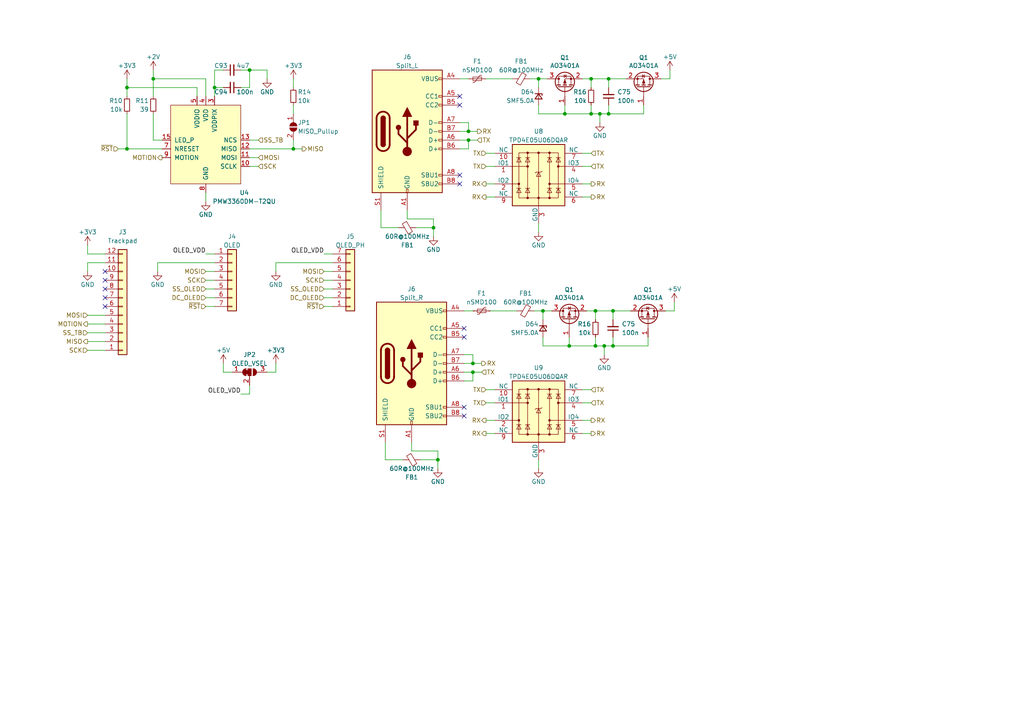
<source format=kicad_sch>
(kicad_sch (version 20230121) (generator eeschema)
  (paper "A4")
  (title_block (date "2023-04-03") (rev "V2.0"))
  (lib_symbols
    (symbol "+3V3_1" (power) (pin_names (offset 0))
      (property "Value" "+3V3_1" (at 0 3.556 0))
      (symbol "+3V3_1_0_1"
        (polyline (pts (xy -0.762 1.27) (xy 0 2.54)))
        (polyline (pts (xy 0 0) (xy 0 2.54)))
        (polyline (pts (xy 0 2.54) (xy 0.762 1.27)))
      )
      (symbol "+3V3_1_1_1"
        (pin power_in line (at 0 0 90) (length 0) hide (name "+3V3") (number "1"))
      )
    )
    (symbol "Cantaloupe:USB_C_Receptacle_USB2.0-Connector" (pin_names (offset 1.016))
      (property "Reference" "J" (at -10.16 19.05 0))
      (property "Value" "USB_C_Receptacle_USB2.0-Connector" (at 19.05 19.05 0))
      (symbol "USB_C_Receptacle_USB2.0-Connector_0_0"
        (rectangle (start -0.254 -17.78) (end 0.254 -16.764))
        (rectangle (start 10.16 -14.986) (end 9.144 -15.494))
        (rectangle (start 10.16 -12.446) (end 9.144 -12.954))
        (rectangle (start 10.16 -4.826) (end 9.144 -5.334))
        (rectangle (start 10.16 -2.286) (end 9.144 -2.794))
        (rectangle (start 10.16 0.254) (end 9.144 -0.254))
        (rectangle (start 10.16 2.794) (end 9.144 2.286))
        (rectangle (start 10.16 7.874) (end 9.144 7.366))
        (rectangle (start 10.16 10.414) (end 9.144 9.906))
        (rectangle (start 10.16 15.494) (end 9.144 14.986))
      )
      (symbol "USB_C_Receptacle_USB2.0-Connector_0_1"
        (rectangle (start -10.16 17.78) (end 10.16 -17.78) (stroke (width 0.254)) (fill (type background)))
        (arc (start -8.89 -3.81) (mid -6.985 -5.7067) (end -5.08 -3.81) (stroke (width 0.508)))
        (arc (start -7.62 -3.81) (mid -6.985 -4.4423) (end -6.35 -3.81) (stroke (width 0.254)))
        (arc (start -7.62 -3.81) (mid -6.985 -4.4423) (end -6.35 -3.81) (stroke (width 0.254)) (fill (type outline)))
        (rectangle (start -7.62 -3.81) (end -6.35 3.81) (stroke (width 0.254)) (fill (type outline)))
        (arc (start -6.35 3.81) (mid -6.985 4.4423) (end -7.62 3.81) (stroke (width 0.254)))
        (arc (start -6.35 3.81) (mid -6.985 4.4423) (end -7.62 3.81) (stroke (width 0.254)) (fill (type outline)))
        (arc (start -5.08 3.81) (mid -6.985 5.7067) (end -8.89 3.81) (stroke (width 0.508)))
        (circle (center -2.54 1.143) (radius 0.635) (stroke (width 0.254)) (fill (type outline)))
        (circle (center 0 -5.842) (radius 1.27) (fill (type outline)))
        (polyline (pts (xy -8.89 -3.81) (xy -8.89 3.81)) (stroke (width 0.508)))
        (polyline (pts (xy -5.08 3.81) (xy -5.08 -3.81)) (stroke (width 0.508)))
        (polyline (pts (xy 0 -5.842) (xy 0 4.318)) (stroke (width 0.508)))
        (polyline (pts (xy 0 -3.302) (xy -2.54 -0.762) (xy -2.54 0.508)) (stroke (width 0.508)))
        (polyline (pts (xy 0 -2.032) (xy 2.54 0.508) (xy 2.54 1.778)) (stroke (width 0.508)))
        (polyline (pts (xy -1.27 4.318) (xy 0 6.858) (xy 1.27 4.318) (xy -1.27 4.318)) (stroke (width 0.254)) (fill (type outline)))
        (rectangle (start 1.905 1.778) (end 3.175 3.048) (stroke (width 0.254)) (fill (type outline)))
      )
      (symbol "USB_C_Receptacle_USB2.0-Connector_1_1"
        (pin power_in line (at 0 -22.86 90) (length 5.08) (name "GND") (number "A1"))
        (pin passive line (at 0 -22.86 90) (length 5.08) hide (name "GND") (number "A12"))
        (pin power_in line (at 15.24 15.24 180) (length 5.08) (name "VBUS") (number "A4"))
        (pin bidirectional line (at 15.24 10.16 180) (length 5.08) (name "CC1") (number "A5"))
        (pin bidirectional line (at 15.24 -2.54 180) (length 5.08) (name "D+") (number "A6"))
        (pin bidirectional line (at 15.24 2.54 180) (length 5.08) (name "D-") (number "A7"))
        (pin bidirectional line (at 15.24 -12.7 180) (length 5.08) (name "SBU1") (number "A8"))
        (pin passive line (at 15.24 15.24 180) (length 5.08) hide (name "VBUS") (number "A9"))
        (pin passive line (at 0 -22.86 90) (length 5.08) hide (name "GND") (number "B1"))
        (pin passive line (at 0 -22.86 90) (length 5.08) hide (name "GND") (number "B12"))
        (pin passive line (at 15.24 15.24 180) (length 5.08) hide (name "VBUS") (number "B4"))
        (pin bidirectional line (at 15.24 7.62 180) (length 5.08) (name "CC2") (number "B5"))
        (pin bidirectional line (at 15.24 -5.08 180) (length 5.08) (name "D+") (number "B6"))
        (pin bidirectional line (at 15.24 0 180) (length 5.08) (name "D-") (number "B7"))
        (pin bidirectional line (at 15.24 -15.24 180) (length 5.08) (name "SBU2") (number "B8"))
        (pin passive line (at 15.24 15.24 180) (length 5.08) hide (name "VBUS") (number "B9"))
        (pin passive line (at -7.62 -22.86 90) (length 5.08) (name "SHIELD") (number "S1"))
      )
    )
    (symbol "Connector_Generic:Conn_01x07" (pin_names (offset 1.016) hide)
      (property "Reference" "J" (at 0 10.16 0))
      (property "Value" "Conn_01x07" (at 0 -10.16 0))
      (symbol "Conn_01x07_1_1"
        (rectangle (start -1.27 -7.493) (end 0 -7.747) (stroke (width 0.1524)))
        (rectangle (start -1.27 -4.953) (end 0 -5.207) (stroke (width 0.1524)))
        (rectangle (start -1.27 -2.413) (end 0 -2.667) (stroke (width 0.1524)))
        (rectangle (start -1.27 0.127) (end 0 -0.127) (stroke (width 0.1524)))
        (rectangle (start -1.27 2.667) (end 0 2.413) (stroke (width 0.1524)))
        (rectangle (start -1.27 5.207) (end 0 4.953) (stroke (width 0.1524)))
        (rectangle (start -1.27 7.747) (end 0 7.493) (stroke (width 0.1524)))
        (rectangle (start -1.27 8.89) (end 1.27 -8.89) (stroke (width 0.254)) (fill (type background)))
        (pin passive line (at -5.08 7.62 0) (length 3.81) (name "Pin_1") (number "1"))
        (pin passive line (at -5.08 5.08 0) (length 3.81) (name "Pin_2") (number "2"))
        (pin passive line (at -5.08 2.54 0) (length 3.81) (name "Pin_3") (number "3"))
        (pin passive line (at -5.08 0 0) (length 3.81) (name "Pin_4") (number "4"))
        (pin passive line (at -5.08 -2.54 0) (length 3.81) (name "Pin_5") (number "5"))
        (pin passive line (at -5.08 -5.08 0) (length 3.81) (name "Pin_6") (number "6"))
        (pin passive line (at -5.08 -7.62 0) (length 3.81) (name "Pin_7") (number "7"))
      )
    )
    (symbol "Connector_Generic:Conn_01x12" (pin_names (offset 1.016) hide)
      (property "Reference" "J" (at 0 15.24 0))
      (property "Value" "Conn_01x12" (at 0 -17.78 0))
      (symbol "Conn_01x12_1_1"
        (rectangle (start -1.27 -15.113) (end 0 -15.367) (stroke (width 0.1524)))
        (rectangle (start -1.27 -12.573) (end 0 -12.827) (stroke (width 0.1524)))
        (rectangle (start -1.27 -10.033) (end 0 -10.287) (stroke (width 0.1524)))
        (rectangle (start -1.27 -7.493) (end 0 -7.747) (stroke (width 0.1524)))
        (rectangle (start -1.27 -4.953) (end 0 -5.207) (stroke (width 0.1524)))
        (rectangle (start -1.27 -2.413) (end 0 -2.667) (stroke (width 0.1524)))
        (rectangle (start -1.27 0.127) (end 0 -0.127) (stroke (width 0.1524)))
        (rectangle (start -1.27 2.667) (end 0 2.413) (stroke (width 0.1524)))
        (rectangle (start -1.27 5.207) (end 0 4.953) (stroke (width 0.1524)))
        (rectangle (start -1.27 7.747) (end 0 7.493) (stroke (width 0.1524)))
        (rectangle (start -1.27 10.287) (end 0 10.033) (stroke (width 0.1524)))
        (rectangle (start -1.27 12.827) (end 0 12.573) (stroke (width 0.1524)))
        (rectangle (start -1.27 13.97) (end 1.27 -16.51) (stroke (width 0.254)) (fill (type background)))
        (pin passive line (at -5.08 12.7 0) (length 3.81) (name "Pin_1") (number "1"))
        (pin passive line (at -5.08 -10.16 0) (length 3.81) (name "Pin_10") (number "10"))
        (pin passive line (at -5.08 -12.7 0) (length 3.81) (name "Pin_11") (number "11"))
        (pin passive line (at -5.08 -15.24 0) (length 3.81) (name "Pin_12") (number "12"))
        (pin passive line (at -5.08 10.16 0) (length 3.81) (name "Pin_2") (number "2"))
        (pin passive line (at -5.08 7.62 0) (length 3.81) (name "Pin_3") (number "3"))
        (pin passive line (at -5.08 5.08 0) (length 3.81) (name "Pin_4") (number "4"))
        (pin passive line (at -5.08 2.54 0) (length 3.81) (name "Pin_5") (number "5"))
        (pin passive line (at -5.08 0 0) (length 3.81) (name "Pin_6") (number "6"))
        (pin passive line (at -5.08 -2.54 0) (length 3.81) (name "Pin_7") (number "7"))
        (pin passive line (at -5.08 -5.08 0) (length 3.81) (name "Pin_8") (number "8"))
        (pin passive line (at -5.08 -7.62 0) (length 3.81) (name "Pin_9") (number "9"))
      )
    )
    (symbol "Device:C_Small" (pin_numbers hide) (pin_names (offset 0.254) hide)
      (property "Reference" "C" (at 0.254 1.778 0))
      (property "Value" "C_Small" (at 0.254 -2.032 0))
      (symbol "C_Small_0_1"
        (polyline (pts (xy -1.524 -0.508) (xy 1.524 -0.508)) (stroke (width 0.3302)))
        (polyline (pts (xy -1.524 0.508) (xy 1.524 0.508)) (stroke (width 0.3048)))
      )
      (symbol "C_Small_1_1"
        (pin passive line (at 0 2.54 270) (length 2.032) (name "~") (number "1"))
        (pin passive line (at 0 -2.54 90) (length 2.032) (name "~") (number "2"))
      )
    )
    (symbol "Device:D_Zener_Small" (pin_numbers hide) (pin_names (offset 0.254) hide)
      (property "Reference" "D" (at 0 2.286 0))
      (property "Value" "D_Zener_Small" (at 0 -2.286 0))
      (symbol "D_Zener_Small_0_1"
        (polyline (pts (xy 0.762 0) (xy -0.762 0)))
        (polyline (pts (xy -0.254 1.016) (xy -0.762 1.016) (xy -0.762 -1.016)) (stroke (width 0.254)))
        (polyline (pts (xy 0.762 1.016) (xy -0.762 0) (xy 0.762 -1.016) (xy 0.762 1.016)) (stroke (width 0.254)))
      )
      (symbol "D_Zener_Small_1_1"
        (pin passive line (at -2.54 0 0) (length 1.778) (name "K") (number "1"))
        (pin passive line (at 2.54 0 180) (length 1.778) (name "A") (number "2"))
      )
    )
    (symbol "Device:FerriteBead_Small" (pin_numbers hide) (pin_names (offset 0))
      (property "Reference" "FB" (at 1.905 1.27 0))
      (property "Value" "FerriteBead_Small" (at 1.905 -1.27 0))
      (symbol "FerriteBead_Small_0_1"
        (polyline (pts (xy 0 -1.27) (xy 0 -0.7874)))
        (polyline (pts (xy 0 0.889) (xy 0 1.2954)))
        (polyline (pts (xy -1.8288 0.2794) (xy -1.1176 1.4986) (xy 1.8288 -0.2032) (xy 1.1176 -1.4224) (xy -1.8288 0.2794)))
      )
      (symbol "FerriteBead_Small_1_1"
        (pin passive line (at 0 2.54 270) (length 1.27) (name "~") (number "1"))
        (pin passive line (at 0 -2.54 90) (length 1.27) (name "~") (number "2"))
      )
    )
    (symbol "Device:Polyfuse_Small" (pin_numbers hide) (pin_names (offset 0))
      (property "Reference" "F" (at -1.905 0 90))
      (property "Value" "Polyfuse_Small" (at 1.905 0 90))
      (symbol "Polyfuse_Small_0_1"
        (rectangle (start -0.508 1.27) (end 0.508 -1.27))
        (polyline (pts (xy 0 2.54) (xy 0 -2.54)))
        (polyline (pts (xy -1.016 1.27) (xy -1.016 0.762) (xy 1.016 -0.762) (xy 1.016 -1.27)))
      )
      (symbol "Polyfuse_Small_1_1"
        (pin passive line (at 0 2.54 270) (length 0.635) (name "~") (number "1"))
        (pin passive line (at 0 -2.54 90) (length 0.635) (name "~") (number "2"))
      )
    )
    (symbol "Device:R_Small" (pin_numbers hide) (pin_names (offset 0.254) hide)
      (property "Reference" "R" (at 0.762 0.508 0))
      (property "Value" "R_Small" (at 0.762 -1.016 0))
      (symbol "R_Small_0_1"
        (rectangle (start -0.762 1.778) (end 0.762 -1.778) (stroke (width 0.2032)))
      )
      (symbol "R_Small_1_1"
        (pin passive line (at 0 2.54 270) (length 0.762) (name "~") (number "1"))
        (pin passive line (at 0 -2.54 90) (length 0.762) (name "~") (number "2"))
      )
    )
    (symbol "Honeydew:+2V" (power) (pin_names (offset 0))
      (property "Value" "+2V" (at 0 3.81 0))
      (symbol "+2V_0_1"
        (polyline (pts (xy -0.762 1.27) (xy 0 2.54)))
        (polyline (pts (xy 0 0) (xy 0 2.54)))
        (polyline (pts (xy 0 2.54) (xy 0.762 1.27)))
      )
      (symbol "+2V_1_1"
        (pin power_in line (at 0 0 90) (length 0) hide (name "+2V") (number "1"))
      )
    )
    (symbol "Honeydew:TPD4E05U06DQAR" (pin_names (offset 0))
      (property "Reference" "U8" (at 0 12.7 0))
      (property "Value" "TPD4E05U06DQAR" (at 0 10.16 0))
      (symbol "TPD4E05U06DQAR_0_0"
        (rectangle (start -5.715 6.477) (end 5.715 -6.604))
        (polyline (pts (xy -3.175 -6.604) (xy -3.175 6.477)))
        (polyline (pts (xy 0 6.477) (xy 0 -6.604)))
        (polyline (pts (xy 3.175 6.477) (xy 3.175 -6.604)))
      )
      (symbol "TPD4E05U06DQAR_0_1"
        (rectangle (start -7.62 8.89) (end 7.62 -8.89) (stroke (width 0.254)) (fill (type background)))
        (circle (center -5.715 -2.54) (radius 0.2794) (fill (type outline)))
        (circle (center -3.175 -6.604) (radius 0.2794) (fill (type outline)))
        (circle (center -3.175 2.54) (radius 0.2794) (fill (type outline)))
        (circle (center -3.175 6.477) (radius 0.2794) (fill (type outline)))
        (polyline (pts (xy -7.747 2.54) (xy -3.175 2.54)))
        (polyline (pts (xy -7.62 -2.54) (xy -5.715 -2.54)))
        (polyline (pts (xy -5.08 -3.81) (xy -6.35 -3.81)))
        (polyline (pts (xy -5.08 5.08) (xy -6.35 5.08)))
        (polyline (pts (xy -2.54 -3.81) (xy -3.81 -3.81)))
        (polyline (pts (xy -2.54 5.08) (xy -3.81 5.08)))
        (polyline (pts (xy -0.635 0.889) (xy -1.016 0.635)))
        (polyline (pts (xy 0 -6.604) (xy 0 -8.89)))
        (polyline (pts (xy 0.635 0.889) (xy -0.635 0.889)))
        (polyline (pts (xy 0.635 0.889) (xy 1.016 1.143)))
        (polyline (pts (xy 3.81 -3.81) (xy 2.54 -3.81)))
        (polyline (pts (xy 3.81 5.08) (xy 2.54 5.08)))
        (polyline (pts (xy 6.35 -3.81) (xy 5.08 -3.81)))
        (polyline (pts (xy 6.35 5.08) (xy 5.08 5.08)))
        (polyline (pts (xy 7.62 -2.54) (xy 3.175 -2.54)))
        (polyline (pts (xy 7.62 2.54) (xy 5.715 2.54)))
        (polyline (pts (xy -5.08 -5.08) (xy -6.35 -5.08) (xy -5.715 -3.81) (xy -5.08 -5.08)))
        (polyline (pts (xy -5.08 3.81) (xy -6.35 3.81) (xy -5.715 5.08) (xy -5.08 3.81)))
        (polyline (pts (xy -2.54 -5.08) (xy -3.81 -5.08) (xy -3.175 -3.81) (xy -2.54 -5.08)))
        (polyline (pts (xy -2.54 3.81) (xy -3.81 3.81) (xy -3.175 5.08) (xy -2.54 3.81)))
        (polyline (pts (xy 0.635 -0.381) (xy -0.635 -0.381) (xy 0 0.889) (xy 0.635 -0.381)))
        (polyline (pts (xy 3.81 -5.08) (xy 2.54 -5.08) (xy 3.175 -3.81) (xy 3.81 -5.08)))
        (polyline (pts (xy 3.81 3.81) (xy 2.54 3.81) (xy 3.175 5.08) (xy 3.81 3.81)))
        (polyline (pts (xy 6.35 -5.08) (xy 5.08 -5.08) (xy 5.715 -3.81) (xy 6.35 -5.08)))
        (polyline (pts (xy 6.35 3.81) (xy 5.08 3.81) (xy 5.715 5.08) (xy 6.35 3.81)))
        (circle (center 0 6.477) (radius 0.2794) (fill (type outline)))
        (circle (center 3.175 -6.604) (radius 0.2794) (fill (type outline)))
        (circle (center 3.175 -2.54) (radius 0.2794) (fill (type outline)))
        (circle (center 3.175 6.477) (radius 0.2794) (fill (type outline)))
        (circle (center 5.715 2.54) (radius 0.2794) (fill (type outline)))
      )
      (symbol "TPD4E05U06DQAR_1_1"
        (circle (center 0 -6.604) (radius 0.2794) (fill (type outline)))
        (pin bidirectional line (at -12.7 2.54 0) (length 5.08) (name "IO1") (number "1"))
        (pin bidirectional line (at -12.7 6.35 0) (length 5.08) (name "NC") (number "10"))
        (pin bidirectional line (at -12.7 -2.54 0) (length 5.08) (name "IO2") (number "2"))
        (pin power_in line (at 0 -13.97 90) (length 5.08) (name "GND") (number "3"))
        (pin bidirectional line (at 12.7 2.54 180) (length 5.08) (name "IO3") (number "4"))
        (pin bidirectional line (at 12.7 -2.54 180) (length 5.08) (name "IO4") (number "5"))
        (pin bidirectional line (at 12.7 -6.35 180) (length 5.08) (name "NC") (number "6"))
        (pin bidirectional line (at 12.7 6.35 180) (length 5.08) (name "NC") (number "7"))
        (pin power_in line (at 0 -13.97 90) (length 5.08) hide (name "GND") (number "8"))
        (pin bidirectional line (at -12.7 -6.35 0) (length 5.08) (name "NC") (number "9"))
      )
    )
    (symbol "Jumper:SolderJumper_2_Open" (pin_names (offset 0) hide)
      (property "Reference" "JP" (at 0 2.032 0))
      (property "Value" "SolderJumper_2_Open" (at 0 -2.54 0))
      (symbol "SolderJumper_2_Open_0_1"
        (arc (start -0.254 1.016) (mid -1.2656 0) (end -0.254 -1.016))
        (arc (start -0.254 1.016) (mid -1.2656 0) (end -0.254 -1.016) (fill (type outline)))
        (polyline (pts (xy -0.254 1.016) (xy -0.254 -1.016)))
        (polyline (pts (xy 0.254 1.016) (xy 0.254 -1.016)))
        (arc (start 0.254 -1.016) (mid 1.2656 0) (end 0.254 1.016))
        (arc (start 0.254 -1.016) (mid 1.2656 0) (end 0.254 1.016) (fill (type outline)))
      )
      (symbol "SolderJumper_2_Open_1_1"
        (pin passive line (at -3.81 0 0) (length 2.54) (name "A") (number "1"))
        (pin passive line (at 3.81 0 180) (length 2.54) (name "B") (number "2"))
      )
    )
    (symbol "Jumper:SolderJumper_3_Bridged12" (pin_names (offset 0) hide)
      (property "Reference" "JP" (at -2.54 -2.54 0))
      (property "Value" "SolderJumper_3_Bridged12" (at 0 2.794 0))
      (symbol "SolderJumper_3_Bridged12_0_1"
        (rectangle (start -1.016 0.508) (end -0.508 -0.508) (fill (type outline)))
        (arc (start -1.016 1.016) (mid -2.0276 0) (end -1.016 -1.016))
        (arc (start -1.016 1.016) (mid -2.0276 0) (end -1.016 -1.016) (fill (type outline)))
        (rectangle (start -0.508 1.016) (end 0.508 -1.016) (fill (type outline)))
        (polyline (pts (xy -2.54 0) (xy -2.032 0)))
        (polyline (pts (xy -1.016 1.016) (xy -1.016 -1.016)))
        (polyline (pts (xy 0 -1.27) (xy 0 -1.016)))
        (polyline (pts (xy 1.016 1.016) (xy 1.016 -1.016)))
        (polyline (pts (xy 2.54 0) (xy 2.032 0)))
        (arc (start 1.016 -1.016) (mid 2.0276 0) (end 1.016 1.016))
        (arc (start 1.016 -1.016) (mid 2.0276 0) (end 1.016 1.016) (fill (type outline)))
      )
      (symbol "SolderJumper_3_Bridged12_1_1"
        (pin passive line (at -5.08 0 0) (length 2.54) (name "A") (number "1"))
        (pin passive line (at 0 -3.81 90) (length 2.54) (name "C") (number "2"))
        (pin passive line (at 5.08 0 180) (length 2.54) (name "B") (number "3"))
      )
    )
    (symbol "PMW3360DM-T2QU_1" (pin_names (offset 1.016))
      (property "Reference" "U" (at 0 12.7 0))
      (property "Value" "PMW3360DM-T2QU_1" (at 0 20.32 0))
      (symbol "PMW3360DM-T2QU_1_0_1"
        (rectangle (start -10.16 10.16) (end 10.16 -12.7) (fill (type background)))
      )
      (symbol "PMW3360DM-T2QU_1_1_1"
        (pin no_connect line (at -12.7 7.62 0) (length 2.54) hide (name "NC") (number "1"))
        (pin input line (at 12.7 -7.62 180) (length 2.54) (name "SCLK") (number "10"))
        (pin input line (at 12.7 -5.08 180) (length 2.54) (name "MOSI") (number "11"))
        (pin output line (at 12.7 -2.54 180) (length 2.54) (name "MISO") (number "12"))
        (pin input line (at 12.7 0 180) (length 2.54) (name "NCS") (number "13"))
        (pin no_connect line (at -12.7 7.62 0) (length 2.54) hide (name "NC") (number "14"))
        (pin input line (at -12.7 0 0) (length 2.54) (name "LED_P") (number "15"))
        (pin no_connect line (at -12.7 7.62 0) (length 2.54) hide (name "NC") (number "16"))
        (pin no_connect line (at -12.7 7.62 0) (length 2.54) hide (name "NC") (number "2"))
        (pin power_in line (at 2.54 12.7 270) (length 2.54) (name "VDDPIX") (number "3"))
        (pin power_in line (at 0 12.7 270) (length 2.54) (name "VDD") (number "4"))
        (pin power_in line (at -2.54 12.7 270) (length 2.54) (name "VDDIO") (number "5"))
        (pin no_connect line (at -12.7 7.62 0) (length 2.54) hide (name "NC") (number "6"))
        (pin input line (at -12.7 -2.54 0) (length 2.54) (name "NRESET") (number "7"))
        (pin power_in line (at 0 -15.24 90) (length 2.54) (name "GND") (number "8"))
        (pin output line (at -12.7 -5.08 0) (length 2.54) (name "MOTION") (number "9"))
      )
    )
    (symbol "Transistor_FET:AO3401A" (pin_names hide)
      (property "Reference" "Q" (at 5.08 1.905 0))
      (property "Value" "AO3401A" (at 5.08 0 0))
      (symbol "AO3401A_0_1"
        (polyline (pts (xy 0.254 0) (xy -2.54 0)))
        (polyline (pts (xy 0.254 1.905) (xy 0.254 -1.905)) (stroke (width 0.254)))
        (polyline (pts (xy 0.762 -1.27) (xy 0.762 -2.286)) (stroke (width 0.254)))
        (polyline (pts (xy 0.762 0.508) (xy 0.762 -0.508)) (stroke (width 0.254)))
        (polyline (pts (xy 0.762 2.286) (xy 0.762 1.27)) (stroke (width 0.254)))
        (polyline (pts (xy 2.54 2.54) (xy 2.54 1.778)))
        (polyline (pts (xy 2.54 -2.54) (xy 2.54 0) (xy 0.762 0)))
        (polyline (pts (xy 0.762 1.778) (xy 3.302 1.778) (xy 3.302 -1.778) (xy 0.762 -1.778)))
        (polyline (pts (xy 2.286 0) (xy 1.27 0.381) (xy 1.27 -0.381) (xy 2.286 0)) (fill (type outline)))
        (polyline (pts (xy 2.794 -0.508) (xy 2.921 -0.381) (xy 3.683 -0.381) (xy 3.81 -0.254)))
        (polyline (pts (xy 3.302 -0.381) (xy 2.921 0.254) (xy 3.683 0.254) (xy 3.302 -0.381)))
        (circle (center 1.651 0) (radius 2.794) (stroke (width 0.254)))
        (circle (center 2.54 -1.778) (radius 0.254) (fill (type outline)))
        (circle (center 2.54 1.778) (radius 0.254) (fill (type outline)))
      )
      (symbol "AO3401A_1_1"
        (pin input line (at -5.08 0 0) (length 2.54) (name "G") (number "1"))
        (pin passive line (at 2.54 -5.08 90) (length 2.54) (name "S") (number "2"))
        (pin passive line (at 2.54 5.08 270) (length 2.54) (name "D") (number "3"))
      )
    )
    (symbol "power:+5V" (power) (pin_names (offset 0))
      (property "Value" "+5V" (at 0 3.556 0))
      (symbol "+5V_0_1"
        (polyline (pts (xy -0.762 1.27) (xy 0 2.54)))
        (polyline (pts (xy 0 0) (xy 0 2.54)))
        (polyline (pts (xy 0 2.54) (xy 0.762 1.27)))
      )
      (symbol "+5V_1_1"
        (pin power_in line (at 0 0 90) (length 0) hide (name "+5V") (number "1"))
      )
    )
    (symbol "power:GND" (power) (pin_names (offset 0))
      (property "Value" "GND" (at 0 -3.81 0))
      (symbol "GND_0_1"
        (polyline (pts (xy 0 0) (xy 0 -1.27) (xy 1.27 -1.27) (xy 0 -2.54) (xy -1.27 -1.27) (xy 0 -1.27)))
      )
      (symbol "GND_1_1"
        (pin power_in line (at 0 0 270) (length 0) hide (name "GND") (number "1"))
      )
    )
  )
  (junction (at 137.16 105.41))
  (junction (at 127 133.35))
  (junction (at 137.16 107.95))
  (junction (at 135.89 40.64))
  (junction (at 85.09 43.18))
  (junction (at 171.45 33.02))
  (junction (at 171.45 22.86))
  (junction (at 125.73 66.04))
  (junction (at 173.99 33.02))
  (junction (at 36.83 43.18))
  (junction (at 135.89 38.1))
  (junction (at 156.21 22.86))
  (junction (at 172.72 90.17))
  (junction (at 157.48 90.17))
  (junction (at 177.8 100.33))
  (junction (at 44.45 22.86))
  (junction (at 172.72 100.33))
  (junction (at 165.1 100.33))
  (junction (at 36.83 25.4))
  (junction (at 176.53 22.86))
  (junction (at 176.53 33.02))
  (junction (at 177.8 90.17))
  (junction (at 163.83 33.02))
  (junction (at 72.39 20.32))
  (junction (at 62.23 25.4))
  (junction (at 175.26 100.33))
  (no_connect (at 30.48 78.74))
  (no_connect (at 134.62 120.65))
  (no_connect (at 133.35 50.8))
  (no_connect (at 133.35 53.34))
  (no_connect (at 134.62 95.25))
  (no_connect (at 134.62 97.79))
  (no_connect (at 133.35 27.94))
  (no_connect (at 30.48 83.82))
  (no_connect (at 30.48 86.36))
  (no_connect (at 133.35 30.48))
  (no_connect (at 30.48 81.28))
  (no_connect (at 30.48 88.9))
  (no_connect (at 134.62 118.11))
  (wire (pts (xy 72.39 114.3) (xy 69.85 114.3)))
  (wire (pts (xy 93.98 83.82) (xy 96.52 83.82)))
  (wire (pts (xy 171.45 48.26) (xy 168.91 48.26)))
  (wire (pts (xy 172.72 100.33) (xy 165.1 100.33)))
  (wire (pts (xy 140.97 116.84) (xy 143.51 116.84)))
  (wire (pts (xy 80.01 76.2) (xy 96.52 76.2)))
  (wire (pts (xy 171.45 30.48) (xy 171.45 33.02)))
  (wire (pts (xy 186.69 33.02) (xy 176.53 33.02)))
  (wire (pts (xy 62.23 20.32) (xy 62.23 25.4)))
  (wire (pts (xy 138.43 38.1) (xy 135.89 38.1)))
  (wire (pts (xy 77.47 22.86) (xy 77.47 20.32)))
  (wire (pts (xy 69.85 25.4) (xy 72.39 25.4)))
  (wire (pts (xy 171.45 22.86) (xy 176.53 22.86)))
  (wire (pts (xy 127 133.35) (xy 127 130.81)))
  (wire (pts (xy 127 133.35) (xy 121.92 133.35)))
  (wire (pts (xy 77.47 20.32) (xy 72.39 20.32)))
  (wire (pts (xy 165.1 97.79) (xy 165.1 100.33)))
  (wire (pts (xy 36.83 43.18) (xy 46.99 43.18)))
  (wire (pts (xy 36.83 25.4) (xy 57.15 25.4)))
  (wire (pts (xy 156.21 30.48) (xy 156.21 33.02)))
  (wire (pts (xy 59.69 73.66) (xy 62.23 73.66)))
  (wire (pts (xy 134.62 90.17) (xy 137.16 90.17)))
  (wire (pts (xy 134.62 105.41) (xy 137.16 105.41)))
  (wire (pts (xy 175.26 100.33) (xy 172.72 100.33)))
  (wire (pts (xy 72.39 20.32) (xy 72.39 25.4)))
  (wire (pts (xy 69.85 20.32) (xy 72.39 20.32)))
  (wire (pts (xy 133.35 43.18) (xy 135.89 43.18)))
  (wire (pts (xy 140.97 113.03) (xy 143.51 113.03)))
  (wire (pts (xy 110.49 66.04) (xy 115.57 66.04)))
  (wire (pts (xy 137.16 102.87) (xy 137.16 105.41)))
  (wire (pts (xy 44.45 22.86) (xy 44.45 27.94)))
  (wire (pts (xy 171.45 125.73) (xy 168.91 125.73)))
  (wire (pts (xy 80.01 76.2) (xy 80.01 78.74)))
  (wire (pts (xy 191.77 22.86) (xy 194.31 22.86)))
  (wire (pts (xy 154.94 90.17) (xy 157.48 90.17)))
  (wire (pts (xy 176.53 22.86) (xy 181.61 22.86)))
  (wire (pts (xy 186.69 30.48) (xy 186.69 33.02)))
  (wire (pts (xy 171.45 22.86) (xy 171.45 25.4)))
  (wire (pts (xy 134.62 110.49) (xy 137.16 110.49)))
  (wire (pts (xy 195.58 87.63) (xy 195.58 90.17)))
  (wire (pts (xy 157.48 90.17) (xy 160.02 90.17)))
  (wire (pts (xy 93.98 88.9) (xy 96.52 88.9)))
  (wire (pts (xy 93.98 86.36) (xy 96.52 86.36)))
  (wire (pts (xy 62.23 20.32) (xy 64.77 20.32)))
  (wire (pts (xy 137.16 107.95) (xy 137.16 110.49)))
  (wire (pts (xy 93.98 78.74) (xy 96.52 78.74)))
  (wire (pts (xy 118.11 60.96) (xy 118.11 63.5)))
  (wire (pts (xy 194.31 20.32) (xy 194.31 22.86)))
  (wire (pts (xy 34.29 43.18) (xy 36.83 43.18)))
  (wire (pts (xy 168.91 22.86) (xy 171.45 22.86)))
  (wire (pts (xy 74.93 48.26) (xy 72.39 48.26)))
  (wire (pts (xy 119.38 128.27) (xy 119.38 130.81)))
  (wire (pts (xy 44.45 40.64) (xy 46.99 40.64)))
  (wire (pts (xy 125.73 66.04) (xy 125.73 63.5)))
  (wire (pts (xy 45.72 76.2) (xy 45.72 78.74)))
  (wire (pts (xy 135.89 35.56) (xy 135.89 38.1)))
  (wire (pts (xy 187.96 100.33) (xy 177.8 100.33)))
  (wire (pts (xy 171.45 53.34) (xy 168.91 53.34)))
  (wire (pts (xy 171.45 33.02) (xy 163.83 33.02)))
  (wire (pts (xy 172.72 90.17) (xy 172.72 92.71)))
  (wire (pts (xy 140.97 125.73) (xy 143.51 125.73)))
  (wire (pts (xy 171.45 113.03) (xy 168.91 113.03)))
  (wire (pts (xy 59.69 83.82) (xy 62.23 83.82)))
  (wire (pts (xy 156.21 67.31) (xy 156.21 64.77)))
  (wire (pts (xy 156.21 33.02) (xy 163.83 33.02)))
  (wire (pts (xy 127 135.89) (xy 127 133.35)))
  (wire (pts (xy 62.23 25.4) (xy 62.23 27.94)))
  (wire (pts (xy 140.97 48.26) (xy 143.51 48.26)))
  (wire (pts (xy 153.67 22.86) (xy 156.21 22.86)))
  (wire (pts (xy 74.93 45.72) (xy 72.39 45.72)))
  (wire (pts (xy 111.76 128.27) (xy 111.76 133.35)))
  (wire (pts (xy 134.62 107.95) (xy 137.16 107.95)))
  (wire (pts (xy 36.83 22.86) (xy 36.83 25.4)))
  (wire (pts (xy 85.09 43.18) (xy 87.63 43.18)))
  (wire (pts (xy 140.97 121.92) (xy 143.51 121.92)))
  (wire (pts (xy 57.15 27.94) (xy 57.15 25.4)))
  (wire (pts (xy 156.21 22.86) (xy 158.75 22.86)))
  (wire (pts (xy 171.45 121.92) (xy 168.91 121.92)))
  (wire (pts (xy 25.4 76.2) (xy 30.48 76.2)))
  (wire (pts (xy 171.45 116.84) (xy 168.91 116.84)))
  (wire (pts (xy 193.04 90.17) (xy 195.58 90.17)))
  (wire (pts (xy 36.83 33.02) (xy 36.83 43.18)))
  (wire (pts (xy 111.76 133.35) (xy 116.84 133.35)))
  (wire (pts (xy 25.4 101.6) (xy 30.48 101.6)))
  (wire (pts (xy 177.8 90.17) (xy 182.88 90.17)))
  (wire (pts (xy 59.69 22.86) (xy 44.45 22.86)))
  (wire (pts (xy 142.24 90.17) (xy 149.86 90.17)))
  (wire (pts (xy 25.4 71.12) (xy 25.4 73.66)))
  (wire (pts (xy 170.18 90.17) (xy 172.72 90.17)))
  (wire (pts (xy 163.83 30.48) (xy 163.83 33.02)))
  (wire (pts (xy 72.39 111.76) (xy 72.39 114.3)))
  (wire (pts (xy 173.99 33.02) (xy 171.45 33.02)))
  (wire (pts (xy 25.4 93.98) (xy 30.48 93.98)))
  (wire (pts (xy 156.21 135.89) (xy 156.21 133.35)))
  (wire (pts (xy 135.89 40.64) (xy 135.89 43.18)))
  (wire (pts (xy 25.4 73.66) (xy 30.48 73.66)))
  (wire (pts (xy 176.53 33.02) (xy 173.99 33.02)))
  (wire (pts (xy 93.98 81.28) (xy 96.52 81.28)))
  (wire (pts (xy 140.97 22.86) (xy 148.59 22.86)))
  (wire (pts (xy 177.8 90.17) (xy 177.8 92.71)))
  (wire (pts (xy 59.69 55.88) (xy 59.69 58.42)))
  (wire (pts (xy 93.98 73.66) (xy 96.52 73.66)))
  (wire (pts (xy 125.73 66.04) (xy 120.65 66.04)))
  (wire (pts (xy 139.7 107.95) (xy 137.16 107.95)))
  (wire (pts (xy 85.09 43.18) (xy 85.09 40.64)))
  (wire (pts (xy 177.8 100.33) (xy 175.26 100.33)))
  (wire (pts (xy 44.45 33.02) (xy 44.45 40.64)))
  (wire (pts (xy 64.77 105.41) (xy 64.77 107.95)))
  (wire (pts (xy 36.83 25.4) (xy 36.83 27.94)))
  (wire (pts (xy 25.4 91.44) (xy 30.48 91.44)))
  (wire (pts (xy 25.4 99.06) (xy 30.48 99.06)))
  (wire (pts (xy 187.96 97.79) (xy 187.96 100.33)))
  (wire (pts (xy 175.26 100.33) (xy 175.26 102.87)))
  (wire (pts (xy 118.11 63.5) (xy 125.73 63.5)))
  (wire (pts (xy 171.45 57.15) (xy 168.91 57.15)))
  (wire (pts (xy 62.23 25.4) (xy 64.77 25.4)))
  (wire (pts (xy 59.69 22.86) (xy 59.69 27.94)))
  (wire (pts (xy 110.49 60.96) (xy 110.49 66.04)))
  (wire (pts (xy 176.53 30.48) (xy 176.53 33.02)))
  (wire (pts (xy 133.35 40.64) (xy 135.89 40.64)))
  (wire (pts (xy 77.47 107.95) (xy 80.01 107.95)))
  (wire (pts (xy 59.69 78.74) (xy 62.23 78.74)))
  (wire (pts (xy 140.97 44.45) (xy 143.51 44.45)))
  (wire (pts (xy 157.48 100.33) (xy 165.1 100.33)))
  (wire (pts (xy 171.45 44.45) (xy 168.91 44.45)))
  (wire (pts (xy 59.69 86.36) (xy 62.23 86.36)))
  (wire (pts (xy 157.48 97.79) (xy 157.48 100.33)))
  (wire (pts (xy 59.69 88.9) (xy 62.23 88.9)))
  (wire (pts (xy 157.48 90.17) (xy 157.48 92.71)))
  (wire (pts (xy 85.09 25.4) (xy 85.09 22.86)))
  (wire (pts (xy 134.62 102.87) (xy 137.16 102.87)))
  (wire (pts (xy 80.01 105.41) (xy 80.01 107.95)))
  (wire (pts (xy 44.45 20.32) (xy 44.45 22.86)))
  (wire (pts (xy 172.72 90.17) (xy 177.8 90.17)))
  (wire (pts (xy 133.35 35.56) (xy 135.89 35.56)))
  (wire (pts (xy 133.35 38.1) (xy 135.89 38.1)))
  (wire (pts (xy 140.97 57.15) (xy 143.51 57.15)))
  (wire (pts (xy 139.7 105.41) (xy 137.16 105.41)))
  (wire (pts (xy 64.77 107.95) (xy 67.31 107.95)))
  (wire (pts (xy 25.4 96.52) (xy 30.48 96.52)))
  (wire (pts (xy 133.35 22.86) (xy 135.89 22.86)))
  (wire (pts (xy 173.99 33.02) (xy 173.99 35.56)))
  (wire (pts (xy 177.8 97.79) (xy 177.8 100.33)))
  (wire (pts (xy 59.69 81.28) (xy 62.23 81.28)))
  (wire (pts (xy 176.53 22.86) (xy 176.53 25.4)))
  (wire (pts (xy 25.4 76.2) (xy 25.4 78.74)))
  (wire (pts (xy 119.38 130.81) (xy 127 130.81)))
  (wire (pts (xy 172.72 97.79) (xy 172.72 100.33)))
  (wire (pts (xy 45.72 76.2) (xy 62.23 76.2)))
  (wire (pts (xy 74.93 40.64) (xy 72.39 40.64)))
  (wire (pts (xy 156.21 22.86) (xy 156.21 25.4)))
  (wire (pts (xy 138.43 40.64) (xy 135.89 40.64)))
  (wire (pts (xy 125.73 68.58) (xy 125.73 66.04)))
  (wire (pts (xy 140.97 53.34) (xy 143.51 53.34)))
  (wire (pts (xy 85.09 30.48) (xy 85.09 33.02)))
  (wire (pts (xy 72.39 43.18) (xy 85.09 43.18)))
  (label "OLED_VDD" (at 59.69 73.66 180))
  (label "OLED_VDD" (at 93.98 73.66 180))
  (label "OLED_VDD" (at 69.85 114.3 180))
  (hierarchical_label "RX" (shape output) (at 171.45 53.34 0))
  (hierarchical_label "DC_OLED" (shape input) (at 59.69 86.36 180))
  (hierarchical_label "SCK" (shape input) (at 74.93 48.26 0))
  (hierarchical_label "TX" (shape input) (at 140.97 48.26 180))
  (hierarchical_label "DC_OLED" (shape input) (at 93.98 86.36 180))
  (hierarchical_label "TX" (shape input) (at 140.97 44.45 180))
  (hierarchical_label "TX" (shape input) (at 138.43 40.64 0))
  (hierarchical_label "SS_OLED" (shape input) (at 59.69 83.82 180))
  (hierarchical_label "RX" (shape output) (at 140.97 125.73 180))
  (hierarchical_label "MOSI" (shape input) (at 93.98 78.74 180))
  (hierarchical_label "~{RST}" (shape input) (at 59.69 88.9 180))
  (hierarchical_label "RX" (shape output) (at 171.45 57.15 0))
  (hierarchical_label "TX" (shape input) (at 139.7 107.95 0))
  (hierarchical_label "SCK" (shape input) (at 25.4 101.6 180))
  (hierarchical_label "~{RST}" (shape input) (at 93.98 88.9 180))
  (hierarchical_label "RX" (shape output) (at 171.45 121.92 0))
  (hierarchical_label "RX" (shape output) (at 139.7 105.41 0))
  (hierarchical_label "RX" (shape output) (at 140.97 53.34 180))
  (hierarchical_label "MOSI" (shape input) (at 74.93 45.72 0))
  (hierarchical_label "SS_OLED" (shape input) (at 93.98 83.82 180))
  (hierarchical_label "RX" (shape output) (at 140.97 57.15 180))
  (hierarchical_label "TX" (shape input) (at 140.97 116.84 180))
  (hierarchical_label "MOTION" (shape output) (at 46.99 45.72 180))
  (hierarchical_label "RX" (shape output) (at 171.45 125.73 0))
  (hierarchical_label "SS_TB" (shape input) (at 74.93 40.64 0))
  (hierarchical_label "MOSI" (shape input) (at 59.69 78.74 180))
  (hierarchical_label "~{RST}" (shape input) (at 34.29 43.18 180))
  (hierarchical_label "MOSI" (shape input) (at 25.4 91.44 180))
  (hierarchical_label "RX" (shape output) (at 140.97 121.92 180))
  (hierarchical_label "RX" (shape output) (at 138.43 38.1 0))
  (hierarchical_label "TX" (shape input) (at 171.45 113.03 0))
  (hierarchical_label "TX" (shape input) (at 171.45 44.45 0))
  (hierarchical_label "MISO" (shape output) (at 25.4 99.06 180))
  (hierarchical_label "MISO" (shape output) (at 87.63 43.18 0))
  (hierarchical_label "TX" (shape input) (at 171.45 116.84 0))
  (hierarchical_label "TX" (shape input) (at 171.45 48.26 0))
  (hierarchical_label "SCK" (shape input) (at 59.69 81.28 180))
  (hierarchical_label "SCK" (shape input) (at 93.98 81.28 180))
  (hierarchical_label "TX" (shape input) (at 140.97 113.03 180))
  (hierarchical_label "MOTION" (shape output) (at 25.4 93.98 180))
  (hierarchical_label "SS_TB" (shape input) (at 25.4 96.52 180))
  (symbol (lib_id "power:GND") (at 45.72 78.74 0) (unit 1)
    (property "Reference" "#PWR03" (effects hide))
    (property "Value" "GND" (at 45.72 82.55 0))
    (instances (project "Honeydew" (path "" (reference "#PWR03") (unit 1)) (path "" (reference "#PWR040") (unit 1)) (path "" (reference "#PWR038") (unit 1))))
  )
  (symbol (lib_id "power:+5V") (at 195.58 87.63 0) (unit 1)
    (property "Reference" "#PWR?" (effects hide))
    (property "Value" "+5V" (at 195.58 83.82 0))
    (instances (project "Honeydew" (path "" (reference "#PWR?") (unit 1)) (path "" (reference "#PWR010") (unit 1)) (path "" (reference "#PWR060") (unit 1))))
  )
  (symbol (lib_id "Device:R_Small") (at 44.45 30.48 0) (mirror x) (unit 1)
    (property "Reference" "R11" (at 43.18 29.21 0) (effects (justify right)))
    (property "Value" "39" (at 43.18 31.75 0) (effects (justify right)))
    (property "Footprint" "Resistor_SMD:R_0402_1005Metric" (effects hide))
    (property "Description" "0402 resistor" (effects hide))
    (property "LCSC" "C25164" (effects hide))
  )
  (symbol (lib_id "Jumper:SolderJumper_3_Bridged12") (at 72.39 107.95 0) (unit 1) (in_bom no)
    (property "Reference" "JP2" (at 72.39 102.87 0))
    (property "Value" "OLED_VSEL" (at 72.39 105.41 0))
    (property "Footprint" "Jumper:SolderJumper-3_P1.3mm_Bridged12_Pad1.0x1.5mm" (effects hide))
  )
  (symbol (lib_id "Device:C_Small") (at 67.31 25.4 270) (unit 1)
    (property "Reference" "C94" (at 66.04 26.67 90) (effects (justify right)))
    (property "Value" "100n" (at 68.58 26.67 90) (effects (justify left)))
    (property "Footprint" "Capacitor_SMD:C_0402_1005Metric" (effects hide))
    (property "Description" "0402 capacitor" (effects hide))
    (property "LCSC" "C1525" (effects hide))
  )
  (symbol (lib_id "Device:D_Zener_Small") (at 156.21 27.94 270) (unit 1)
    (property "Reference" "D64" (at 154.94 26.67 90) (effects (justify right)))
    (property "Value" "SMF5.0A" (at 154.94 29.21 90) (effects (justify right)))
    (property "Footprint" "Diode_SMD:D_SOD-123" (effects hide))
    (property "Description" "SOD-123 TVS" (effects hide))
    (property "LCSC" "C193402" (effects hide))
    (instances (project "Honeydew" (path "" (reference "D64") (unit 1)) (path "" (reference "D65") (unit 1))))
  )
  (symbol (lib_id "power:GND") (at 127 135.89 0) (unit 1)
    (property "Reference" "#PWR?" (effects hide))
    (property "Value" "GND" (at 127 139.7 0))
    (instances (project "Honeydew" (path "" (reference "#PWR?") (unit 1)) (path "" (reference "#PWR058") (unit 1)) (path "" (reference "#PWR063") (unit 1))))
  )
  (symbol (lib_id "power:GND") (at 175.26 102.87 0) (unit 1)
    (property "Reference" "#PWR?" (effects hide))
    (property "Value" "GND" (at 175.26 106.68 0))
    (instances (project "Honeydew" (path "" (reference "#PWR?") (unit 1)) (path "" (reference "#PWR033") (unit 1)) (path "" (reference "#PWR059") (unit 1))))
  )
  (symbol (lib_id "Device:R_Small") (at 85.09 27.94 180) (unit 1)
    (property "Reference" "R14" (at 86.36 26.67 0) (effects (justify right)))
    (property "Value" "10k" (at 86.36 29.21 0) (effects (justify right)))
    (property "Footprint" "Resistor_SMD:R_0402_1005Metric" (effects hide))
    (property "Description" "0402 resistor" (effects hide))
    (property "LCSC" "C25744" (effects hide))
  )
  (symbol (lib_id "Device:C_Small") (at 67.31 20.32 90) (mirror x) (unit 1)
    (property "Reference" "C93" (at 66.04 19.05 90) (effects (justify left)))
    (property "Value" "4u7" (at 68.58 19.05 90) (effects (justify right)))
    (property "Footprint" "Capacitor_SMD:C_0603_1608Metric" (effects hide))
    (property "Description" "0603 capacitor" (effects hide))
    (property "LCSC" "C19666" (effects hide))
  )
  (symbol (lib_id "Device:FerriteBead_Small") (at 119.38 133.35 270) (mirror x) (unit 1)
    (property "Reference" "FB1" (at 119.4181 138.43 90))
    (property "Value" "60R@100MHz" (at 119.4181 135.89 90))
    (property "Footprint" "Inductor_SMD:L_1206_3216Metric" (effects hide))
    (property "LCSC" "C33600" (effects hide))
    (property "Description" "60R@100MHz" (effects hide))
    (instances (project "Honeydew" (path "" (reference "FB1") (unit 1)) (path "" (reference "FB2") (unit 1)) (path "" (reference "FB3") (unit 1))))
  )
  (symbol (lib_id "Honeydew:TPD4E05U06DQAR") (at 156.21 50.8 0) (unit 1)
    (property "Reference" "U8" (at 156.21 38.1 0))
    (property "Value" "TPD4E05U06DQAR" (at 156.21 40.64 0))
    (property "Footprint" "Honeydew:USON-10_2.5x1.0mm_P0.5mm" (effects hide))
    (property "LCSC" "C2836386" (effects hide))
    (instances (project "Honeydew" (path "" (reference "U8") (unit 1)) (path "" (reference "U5") (unit 1))))
  )
  (symbol (lib_id "Transistor_FET:AO3401A") (at 187.96 92.71 270) (mirror x) (unit 1)
    (property "Reference" "Q1" (at 187.96 84.0232 90))
    (property "Value" "AO3401A" (at 187.96 86.3346 90))
    (property "Footprint" "Package_TO_SOT_SMD:SOT-23" (effects hide))
    (property "LCSC" "C15127" (effects hide))
    (instances (project "Djinn" (path "" (reference "Q1") (unit 1))) (project "Honeydew" (path "" (reference "Q2") (unit 1)) (path "" (reference "Q6") (unit 1))))
  )
  (symbol (lib_id "Device:FerriteBead_Small") (at 151.13 22.86 270) (unit 1)
    (property "Reference" "FB1" (at 151.1681 17.78 90))
    (property "Value" "60R@100MHz" (at 151.1681 20.32 90))
    (property "Footprint" "Inductor_SMD:L_1206_3216Metric" (effects hide))
    (property "LCSC" "C33600" (effects hide))
    (property "Description" "60R@100MHz" (effects hide))
    (instances (project "Honeydew" (path "" (reference "FB1") (unit 1)) (path "" (reference "FB4") (unit 1)) (path "" (reference "FB5") (unit 1))))
  )
  (symbol (lib_id "Device:R_Small") (at 172.72 95.25 180) (unit 1)
    (property "Reference" "R16" (at 171.45 93.98 0) (effects (justify left)))
    (property "Value" "10k" (at 171.45 96.52 0) (effects (justify left)))
    (property "Footprint" "Resistor_SMD:R_0402_1005Metric" (effects hide))
    (property "Description" "0402 resistor" (effects hide))
    (property "LCSC" "C25744" (effects hide))
    (instances (project "Honeydew" (path "" (reference "R16") (unit 1)) (path "" (reference "R15") (unit 1)) (path "" (reference "R18") (unit 1))))
  )
  (symbol (lib_id "Connector_Generic:Conn_01x07") (at 101.6 81.28 0) (mirror x) (unit 1)
    (property "Reference" "J5" (at 101.6 68.58 0))
    (property "Value" "OLED_PH" (at 101.6 71.12 0))
    (property "Footprint" "Connector_JST:JST_PH_S7B-PH-K_1x07_P2.00mm_Horizontal" (effects hide))
    (property "Description" "SSD1315 OLED" (effects hide))
  )
  (symbol (lib_id "Device:C_Small") (at 176.53 27.94 180) (unit 1)
    (property "Reference" "C75" (at 179.07 26.67 0) (effects (justify right)))
    (property "Value" "100n" (at 179.07 29.21 0) (effects (justify right)))
    (property "Footprint" "Capacitor_SMD:C_0402_1005Metric" (effects hide))
    (property "Description" "0402 capacitor" (effects hide))
    (property "LCSC" "C1525" (effects hide))
    (instances (project "Honeydew" (path "" (reference "C75") (unit 1)) (path "" (reference "C20") (unit 1)) (path "" (reference "C95") (unit 1))))
  )
  (symbol (lib_id "Transistor_FET:AO3401A") (at 186.69 25.4 270) (mirror x) (unit 1)
    (property "Reference" "Q1" (at 186.69 16.7132 90))
    (property "Value" "AO3401A" (at 186.69 19.0246 90))
    (property "Footprint" "Package_TO_SOT_SMD:SOT-23" (effects hide))
    (property "LCSC" "C15127" (effects hide))
    (instances (project "Djinn" (path "" (reference "Q1") (unit 1))) (project "Honeydew" (path "" (reference "Q2") (unit 1)) (path "" (reference "Q4") (unit 1))))
  )
  (symbol (lib_id "Honeydew:TPD4E05U06DQAR") (at 156.21 119.38 0) (unit 1)
    (property "Reference" "U9" (at 156.21 106.68 0))
    (property "Value" "TPD4E05U06DQAR" (at 156.21 109.22 0))
    (property "Footprint" "Honeydew:USON-10_2.5x1.0mm_P0.5mm" (effects hide))
    (property "LCSC" "C2836386" (effects hide))
    (instances (project "Honeydew" (path "" (reference "U9") (unit 1)) (path "" (reference "U5") (unit 1))))
  )
  (symbol (lib_id "Honeydew:+2V") (at 44.45 20.32 0) (unit 1)
    (property "Reference" "#PWR043" (effects hide))
    (property "Value" "+2V" (at 44.45 16.51 0))
    (instances (project "Honeydew" (path "" (reference "#PWR043") (unit 1)) (path "" (reference "#PWR036") (unit 1))))
  )
  (symbol (lib_id "Device:FerriteBead_Small") (at 118.11 66.04 270) (mirror x) (unit 1)
    (property "Reference" "FB1" (at 118.1481 71.12 90))
    (property "Value" "60R@100MHz" (at 118.1481 68.58 90))
    (property "Footprint" "Inductor_SMD:L_1206_3216Metric" (effects hide))
    (property "LCSC" "C33600" (effects hide))
    (property "Description" "60R@100MHz" (effects hide))
    (instances (project "Honeydew" (path "" (reference "FB1") (unit 1)) (path "" (reference "FB2") (unit 1)) (path "" (reference "FB2") (unit 1))))
  )
  (symbol (lib_name "+3V3_1") (lib_id "power:+3V3") (at 36.83 22.86 0) (unit 1)
    (property "Reference" "#PWR042" (effects hide))
    (property "Value" "+3V3" (at 36.83 19.05 0))
    (instances (project "Honeydew" (path "" (reference "#PWR042") (unit 1)) (path "" (reference "#PWR016") (unit 1))))
  )
  (symbol (lib_name "+3V3_1") (lib_id "power:+3V3") (at 80.01 105.41 0) (unit 1)
    (property "Reference" "#PWR039" (effects hide))
    (property "Value" "+3V3" (at 80.01 101.6 0))
    (instances (project "Honeydew" (path "" (reference "#PWR039") (unit 1)) (path "" (reference "#PWR01") (unit 1))))
  )
  (symbol (lib_id "Cantaloupe:USB_C_Receptacle_USB2.0-Connector") (at 118.11 38.1 0) (unit 1)
    (property "Reference" "J6" (at 118.11 16.51 0))
    (property "Value" "Split_L" (at 118.11 19.05 0))
    (property "Footprint" "Honeydew:HRO-TYPE-C-31-M-13x" (effects hide))
    (property "Description" "USB C 2.0 jack" (effects hide))
    (property "LCSC" "C165948" (effects hide))
  )
  (symbol (lib_id "Cantaloupe:USB_C_Receptacle_USB2.0-Connector") (at 119.38 105.41 0) (unit 1)
    (property "Reference" "J6" (at 119.38 83.82 0))
    (property "Value" "Split_R" (at 119.38 86.36 0))
    (property "Footprint" "Honeydew:HRO-TYPE-C-31-M-13x" (effects hide))
    (property "Description" "USB C 2.0 jack" (effects hide))
    (property "LCSC" "C165948" (effects hide))
    (instances (project "Honeydew" (path "" (reference "J6") (unit 1)) (path "" (reference "J7") (unit 1))))
  )
  (symbol (lib_id "Transistor_FET:AO3401A") (at 165.1 92.71 90) (unit 1)
    (property "Reference" "Q1" (at 165.1 84.0232 90))
    (property "Value" "AO3401A" (at 165.1 86.3346 90))
    (property "Footprint" "Package_TO_SOT_SMD:SOT-23" (effects hide))
    (property "LCSC" "C15127" (effects hide))
    (instances (project "Djinn" (path "" (reference "Q1") (unit 1))) (project "Honeydew" (path "" (reference "Q1") (unit 1)) (path "" (reference "Q5") (unit 1))))
  )
  (symbol (lib_id "power:GND") (at 80.01 78.74 0) (unit 1)
    (property "Reference" "#PWR03" (effects hide))
    (property "Value" "GND" (at 80.01 82.55 0))
    (instances (project "Honeydew" (path "" (reference "#PWR03") (unit 1)) (path "" (reference "#PWR016") (unit 1)) (path "" (reference "#PWR042") (unit 1))))
  )
  (symbol (lib_id "power:+5V") (at 64.77 105.41 0) (unit 1)
    (property "Reference" "#PWR?" (effects hide))
    (property "Value" "+5V" (at 64.77 101.6 0))
    (instances (project "Honeydew" (path "" (reference "#PWR?") (unit 1)) (path "" (reference "#PWR010") (unit 1)) (path "" (reference "#PWR068") (unit 1))))
  )
  (symbol (lib_name "PMW3360DM-T2QU_1") (lib_id "Ogen:PMW3360DM-T2QU") (at 59.69 40.64 0) (unit 1) (in_bom no)
    (property "Reference" "U4" (at 70.8602 55.88 0))
    (property "Value" "PMW3360DM-T2QU" (at 70.8602 58.42 0))
    (property "Footprint" "Honeydew:IC_PMW3360DM-T2QU" (effects hide))
    (property "Description" "Optical sensor" (effects hide))
  )
  (symbol (lib_name "+3V3_1") (lib_id "power:+3V3") (at 25.4 71.12 0) (unit 1)
    (property "Reference" "#PWR038" (effects hide))
    (property "Value" "+3V3" (at 25.4 67.31 0))
    (instances (project "Honeydew" (path "" (reference "#PWR038") (unit 1)) (path "" (reference "#PWR03") (unit 1))))
  )
  (symbol (lib_id "power:GND") (at 173.99 35.56 0) (unit 1)
    (property "Reference" "#PWR?" (effects hide))
    (property "Value" "GND" (at 173.99 39.37 0))
    (instances (project "Honeydew" (path "" (reference "#PWR?") (unit 1)) (path "" (reference "#PWR033") (unit 1)) (path "" (reference "#PWR041") (unit 1))))
  )
  (symbol (lib_id "power:GND") (at 156.21 135.89 0) (unit 1)
    (property "Reference" "#PWR?" (effects hide))
    (property "Value" "GND" (at 156.21 139.7 0))
    (instances (project "Honeydew" (path "" (reference "#PWR?") (unit 1)) (path "" (reference "#PWR011") (unit 1)) (path "" (reference "#PWR066") (unit 1))))
  )
  (symbol (lib_id "Device:R_Small") (at 171.45 27.94 180) (unit 1)
    (property "Reference" "R16" (at 170.18 26.67 0) (effects (justify left)))
    (property "Value" "10k" (at 170.18 29.21 0) (effects (justify left)))
    (property "Footprint" "Resistor_SMD:R_0402_1005Metric" (effects hide))
    (property "Description" "0402 resistor" (effects hide))
    (property "LCSC" "C25744" (effects hide))
    (instances (project "Honeydew" (path "" (reference "R16") (unit 1)) (path "" (reference "R15") (unit 1)) (path "" (reference "R17") (unit 1))))
  )
  (symbol (lib_id "Device:C_Small") (at 177.8 95.25 180) (unit 1)
    (property "Reference" "C75" (at 180.34 93.98 0) (effects (justify right)))
    (property "Value" "100n" (at 180.34 96.52 0) (effects (justify right)))
    (property "Footprint" "Capacitor_SMD:C_0402_1005Metric" (effects hide))
    (property "Description" "0402 capacitor" (effects hide))
    (property "LCSC" "C1525" (effects hide))
    (instances (project "Honeydew" (path "" (reference "C75") (unit 1)) (path "" (reference "C20") (unit 1)) (path "" (reference "C96") (unit 1))))
  )
  (symbol (lib_id "power:GND") (at 77.47 22.86 0) (unit 1)
    (property "Reference" "#PWR03" (effects hide))
    (property "Value" "GND" (at 77.47 26.67 0))
    (instances (project "Honeydew" (path "" (reference "#PWR03") (unit 1)) (path "" (reference "#PWR03") (unit 1)) (path "" (reference "#PWR040") (unit 1))))
  )
  (symbol (lib_id "power:GND") (at 125.73 68.58 0) (unit 1)
    (property "Reference" "#PWR?" (effects hide))
    (property "Value" "GND" (at 125.73 72.39 0))
    (instances (project "Honeydew" (path "" (reference "#PWR?") (unit 1)) (path "" (reference "#PWR058") (unit 1)) (path "" (reference "#PWR058") (unit 1))))
  )
  (symbol (lib_id "power:GND") (at 59.69 58.42 0) (unit 1)
    (property "Reference" "#PWR03" (effects hide))
    (property "Value" "GND" (at 59.69 62.23 0))
    (instances (project "Honeydew" (path "" (reference "#PWR03") (unit 1)) (path "" (reference "#PWR036") (unit 1)) (path "" (reference "#PWR039") (unit 1))))
  )
  (symbol (lib_id "Device:FerriteBead_Small") (at 152.4 90.17 270) (unit 1)
    (property "Reference" "FB1" (at 152.4381 85.09 90))
    (property "Value" "60R@100MHz" (at 152.4381 87.63 90))
    (property "Footprint" "Inductor_SMD:L_1206_3216Metric" (effects hide))
    (property "LCSC" "C33600" (effects hide))
    (property "Description" "60R@100MHz" (effects hide))
    (instances (project "Honeydew" (path "" (reference "FB1") (unit 1)) (path "" (reference "FB4") (unit 1)) (path "" (reference "FB6") (unit 1))))
  )
  (symbol (lib_id "Connector_Generic:Conn_01x07") (at 67.31 81.28 0) (unit 1)
    (property "Reference" "J4" (at 67.31 68.58 0))
    (property "Value" "OLED" (at 67.31 71.12 0))
    (property "Footprint" "Honeydew:OLED_1.5_SSD1315_128x128" (effects hide))
    (property "Description" "SSD1315 OLED" (effects hide))
  )
  (symbol (lib_id "Device:Polyfuse_Small") (at 138.43 22.86 270) (unit 1)
    (property "Reference" "F1" (at 138.43 17.78 90))
    (property "Value" "nSMD100" (at 138.43 20.32 90))
    (property "Footprint" "Fuse:Fuse_1206_3216Metric" (effects hide))
    (property "Description" "1206 fuse 1A" (effects hide))
    (property "LCSC" "C66453" (effects hide))
    (instances (project "Honeydew" (path "" (reference "F1") (unit 1)) (path "" (reference "F2") (unit 1))))
  )
  (symbol (lib_id "Connector_Generic:Conn_01x12") (at 35.56 88.9 0) (mirror x) (unit 1)
    (property "Reference" "J3" (at 35.56 67.31 0))
    (property "Value" "Trackpad" (at 35.56 69.85 0))
    (property "Footprint" "Honeydew:Hirose_FH12-12S-0.5SH_1x12-1MP_P0.50mm_Horizontal" (effects hide))
    (property "Description" "12-pin FFC/FPC connector" (effects hide))
    (property "LCSC" "C88360" (effects hide))
  )
  (symbol (lib_id "Transistor_FET:AO3401A") (at 163.83 25.4 90) (unit 1)
    (property "Reference" "Q1" (at 163.83 16.7132 90))
    (property "Value" "AO3401A" (at 163.83 19.0246 90))
    (property "Footprint" "Package_TO_SOT_SMD:SOT-23" (effects hide))
    (property "LCSC" "C15127" (effects hide))
    (instances (project "Djinn" (path "" (reference "Q1") (unit 1))) (project "Honeydew" (path "" (reference "Q1") (unit 1)) (path "" (reference "Q3") (unit 1))))
  )
  (symbol (lib_id "power:GND") (at 156.21 67.31 0) (unit 1)
    (property "Reference" "#PWR?" (effects hide))
    (property "Value" "GND" (at 156.21 71.12 0))
    (instances (project "Honeydew" (path "" (reference "#PWR?") (unit 1)) (path "" (reference "#PWR011") (unit 1)) (path "" (reference "#PWR061") (unit 1))))
  )
  (symbol (lib_id "Jumper:SolderJumper_2_Open") (at 85.09 36.83 270) (unit 1) (in_bom no)
    (property "Reference" "JP1" (at 86.36 35.56 90) (effects (justify left)))
    (property "Value" "MISO_Pullup" (at 86.36 38.1 90) (effects (justify left)))
    (property "Footprint" "Jumper:SolderJumper-2_P1.3mm_Open_Pad1.0x1.5mm" (effects hide))
    (property "Description" "MISO pullup jumper" (effects hide))
  )
  (symbol (lib_id "Device:Polyfuse_Small") (at 139.7 90.17 270) (unit 1)
    (property "Reference" "F1" (at 139.7 85.09 90))
    (property "Value" "nSMD100" (at 139.7 87.63 90))
    (property "Footprint" "Fuse:Fuse_1206_3216Metric" (effects hide))
    (property "Description" "1206 fuse 1A" (effects hide))
    (property "LCSC" "C66453" (effects hide))
    (instances (project "Honeydew" (path "" (reference "F1") (unit 1)) (path "" (reference "F3") (unit 1))))
  )
  (symbol (lib_id "power:GND") (at 25.4 78.74 0) (unit 1)
    (property "Reference" "#PWR03" (effects hide))
    (property "Value" "GND" (at 25.4 82.55 0))
    (instances (project "Honeydew" (path "" (reference "#PWR03") (unit 1)) (path "" (reference "#PWR037") (unit 1)) (path "" (reference "#PWR015") (unit 1))))
  )
  (symbol (lib_id "Device:D_Zener_Small") (at 157.48 95.25 270) (unit 1)
    (property "Reference" "D64" (at 156.21 93.98 90) (effects (justify right)))
    (property "Value" "SMF5.0A" (at 156.21 96.52 90) (effects (justify right)))
    (property "Footprint" "Diode_SMD:D_SOD-123" (effects hide))
    (property "Description" "SOD-123 TVS" (effects hide))
    (property "LCSC" "C193402" (effects hide))
    (instances (project "Honeydew" (path "" (reference "D64") (unit 1)) (path "" (reference "D66") (unit 1))))
  )
  (symbol (lib_id "power:+5V") (at 194.31 20.32 0) (unit 1)
    (property "Reference" "#PWR?" (effects hide))
    (property "Value" "+5V" (at 194.31 16.51 0))
    (instances (project "Honeydew" (path "" (reference "#PWR?") (unit 1)) (path "" (reference "#PWR010") (unit 1)) (path "" (reference "#PWR053") (unit 1))))
  )
  (symbol (lib_name "+3V3_1") (lib_id "power:+3V3") (at 85.09 22.86 0) (unit 1)
    (property "Reference" "#PWR041" (effects hide))
    (property "Value" "+3V3" (at 85.09 19.05 0))
    (instances (project "Honeydew" (path "" (reference "#PWR041") (unit 1)) (path "" (reference "#PWR043") (unit 1))))
  )
  (symbol (lib_id "Device:R_Small") (at 36.83 30.48 180) (unit 1)
    (property "Reference" "R10" (at 35.56 29.21 0) (effects (justify left)))
    (property "Value" "10k" (at 35.56 31.75 0) (effects (justify left)))
    (property "Footprint" "Resistor_SMD:R_0402_1005Metric" (effects hide))
    (property "Description" "0402 resistor" (effects hide))
    (property "LCSC" "C25744" (effects hide))
  )
)
</source>
